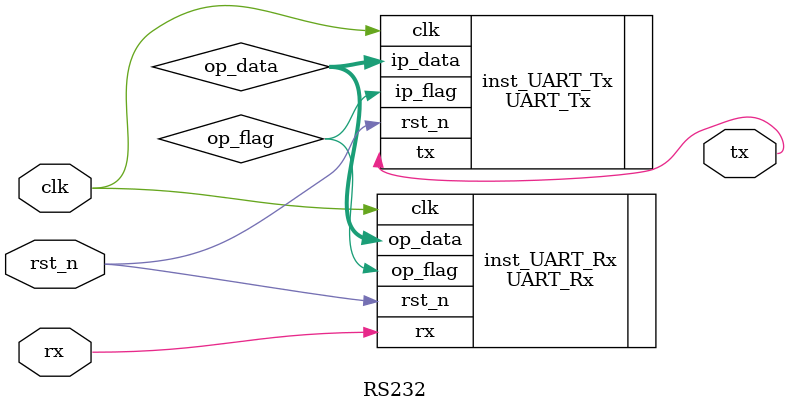
<source format=v>
module RS232 (
	input clk,
	input rst_n,
	input rx,
	output tx
);

	wire [7:0] op_data;
	wire op_flag;

	UART_Rx inst_UART_Rx (
		.clk(clk),
		.rst_n(rst_n),
		.rx(rx),
		.op_data(op_data),
		.op_flag(op_flag)
	);

	UART_Tx inst_UART_Tx (
		.clk(clk),
		.rst_n(rst_n),
		.ip_data(op_data),
		.ip_flag(op_flag),
		.tx(tx)
	);

	
endmodule

</source>
